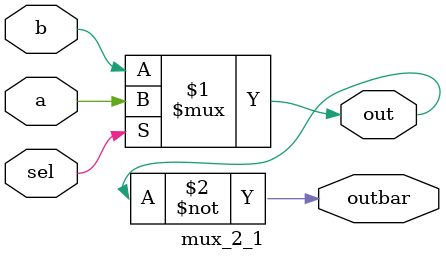
<source format=v>
module mux_2_1 (a, b, sel, out, outbar);

    input a, b, sel;
    output out, outbar;

    assign out = sel ? a : b;
    assign outbar = ~out;
    
endmodule
</source>
